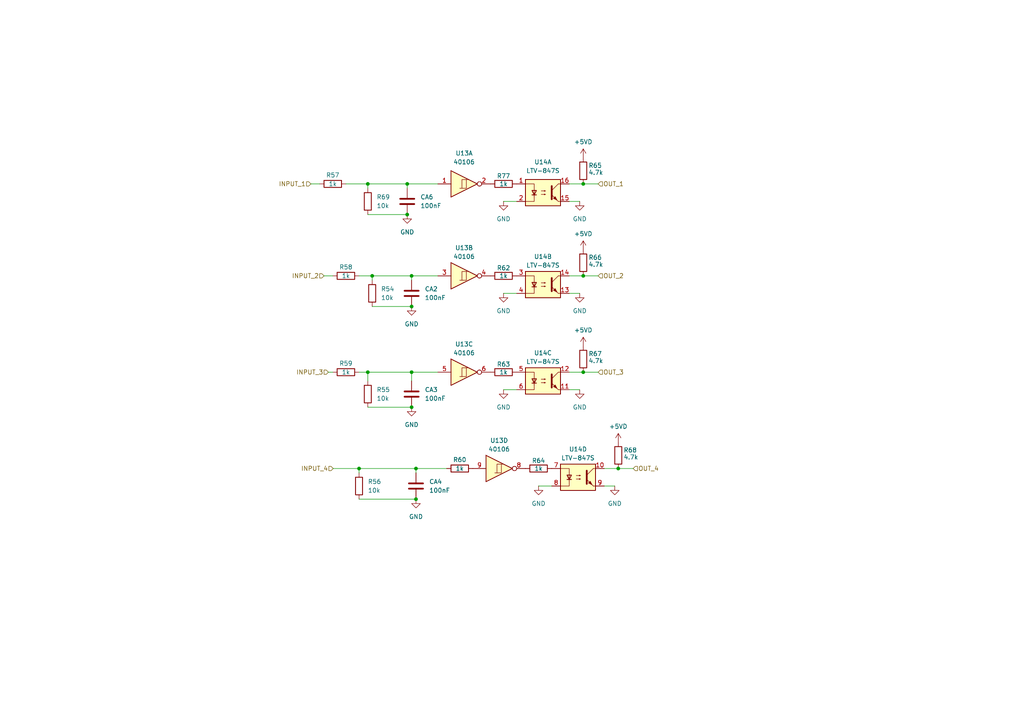
<source format=kicad_sch>
(kicad_sch (version 20250114) (generator "eeschema") (generator_version "9.0")
  (paper "A4")
  (lib_symbols
    (symbol "4xxx:40106" (pin_names (offset 1.016))
      (property "Reference" "U" (at 0 1.27 0))
      (property "Value" "40106" (at 0 -1.27 0))
      (symbol "40106_1_0"
        (polyline (pts (xy -3.81 3.81) (xy -3.81 -3.81) (xy 3.81 0) (xy -3.81 3.81)) (stroke (width 0.254)) (fill (type background)))
        (polyline (pts (xy -1.27 -1.27) (xy 0.635 -1.27) (xy 0.635 1.27) (xy 1.27 1.27)))
        (polyline (pts (xy -0.635 -1.27) (xy -0.635 1.27) (xy 0.635 1.27)))
        (pin input line (at -7.62 0 0) (length 3.81) (name "~") (number "1"))
        (pin output inverted (at 7.62 0 180) (length 3.81) (name "~") (number "2"))
      )
      (symbol "40106_2_0"
        (polyline (pts (xy -3.81 3.81) (xy -3.81 -3.81) (xy 3.81 0) (xy -3.81 3.81)) (stroke (width 0.254)) (fill (type background)))
        (polyline (pts (xy -1.27 -1.27) (xy 0.635 -1.27) (xy 0.635 1.27) (xy 1.27 1.27)))
        (polyline (pts (xy -0.635 -1.27) (xy -0.635 1.27) (xy 0.635 1.27)))
        (pin input line (at -7.62 0 0) (length 3.81) (name "~") (number "3"))
        (pin output inverted (at 7.62 0 180) (length 3.81) (name "~") (number "4"))
      )
      (symbol "40106_3_0"
        (polyline (pts (xy -3.81 3.81) (xy -3.81 -3.81) (xy 3.81 0) (xy -3.81 3.81)) (stroke (width 0.254)) (fill (type background)))
        (polyline (pts (xy -1.27 -1.27) (xy 0.635 -1.27) (xy 0.635 1.27) (xy 1.27 1.27)))
        (polyline (pts (xy -0.635 -1.27) (xy -0.635 1.27) (xy 0.635 1.27)))
        (pin input line (at -7.62 0 0) (length 3.81) (name "~") (number "5"))
        (pin output inverted (at 7.62 0 180) (length 3.81) (name "~") (number "6"))
      )
      (symbol "40106_4_0"
        (polyline (pts (xy -3.81 3.81) (xy -3.81 -3.81) (xy 3.81 0) (xy -3.81 3.81)) (stroke (width 0.254)) (fill (type background)))
        (polyline (pts (xy -1.27 -1.27) (xy 0.635 -1.27) (xy 0.635 1.27) (xy 1.27 1.27)))
        (polyline (pts (xy -0.635 -1.27) (xy -0.635 1.27) (xy 0.635 1.27)))
        (pin input line (at -7.62 0 0) (length 3.81) (name "~") (number "9"))
        (pin output inverted (at 7.62 0 180) (length 3.81) (name "~") (number "8"))
      )
      (symbol "40106_5_0"
        (polyline (pts (xy -3.81 3.81) (xy -3.81 -3.81) (xy 3.81 0) (xy -3.81 3.81)) (stroke (width 0.254)) (fill (type background)))
        (polyline (pts (xy -1.27 -1.27) (xy 0.635 -1.27) (xy 0.635 1.27) (xy 1.27 1.27)))
        (polyline (pts (xy -0.635 -1.27) (xy -0.635 1.27) (xy 0.635 1.27)))
        (pin input line (at -7.62 0 0) (length 3.81) (name "~") (number "11"))
        (pin output inverted (at 7.62 0 180) (length 3.81) (name "~") (number "10"))
      )
      (symbol "40106_6_0"
        (polyline (pts (xy -3.81 3.81) (xy -3.81 -3.81) (xy 3.81 0) (xy -3.81 3.81)) (stroke (width 0.254)) (fill (type background)))
        (polyline (pts (xy -1.27 -1.27) (xy 0.635 -1.27) (xy 0.635 1.27) (xy 1.27 1.27)))
        (polyline (pts (xy -0.635 -1.27) (xy -0.635 1.27) (xy 0.635 1.27)))
        (pin input line (at -7.62 0 0) (length 3.81) (name "~") (number "13"))
        (pin output inverted (at 7.62 0 180) (length 3.81) (name "~") (number "12"))
      )
      (symbol "40106_7_0"
        (pin power_in line (at 0 12.7 270) (length 5.08) (name "VDD") (number "14"))
        (pin power_in line (at 0 -12.7 90) (length 5.08) (name "VSS") (number "7"))
      )
      (symbol "40106_7_1"
        (rectangle (start -5.08 7.62) (end 5.08 -7.62) (stroke (width 0.254)) (fill (type background)))
      )
    )
    (symbol "Device:C" (pin_numbers (hide yes)) (pin_names (offset 0.254))
      (property "Reference" "C" (at 0.635 2.54 0))
      (property "Value" "C" (at 0.635 -2.54 0))
      (symbol "C_0_1"
        (polyline (pts (xy -2.032 0.762) (xy 2.032 0.762)) (stroke (width 0.508)))
        (polyline (pts (xy -2.032 -0.762) (xy 2.032 -0.762)) (stroke (width 0.508)))
      )
      (symbol "C_1_1"
        (pin passive line (at 0 3.81 270) (length 2.794) (name "~") (number "1"))
        (pin passive line (at 0 -3.81 90) (length 2.794) (name "~") (number "2"))
      )
    )
    (symbol "Device:R" (pin_numbers (hide yes)) (pin_names (offset 0))
      (property "Reference" "R" (at 2.032 0 90))
      (property "Value" "R" (at 0 0 90))
      (symbol "R_0_1"
        (rectangle (start -1.016 -2.54) (end 1.016 2.54) (stroke (width 0.254)))
      )
      (symbol "R_1_1"
        (pin passive line (at 0 3.81 270) (length 1.27) (name "~") (number "1"))
        (pin passive line (at 0 -3.81 90) (length 1.27) (name "~") (number "2"))
      )
    )
    (symbol "Isolator:LTV-847S" (pin_names (offset 1.016))
      (property "Reference" "U" (at -3.81 5.08 0))
      (property "Value" "LTV-847S" (at 0 -5.08 0))
      (symbol "LTV-847S_0_1"
        (rectangle (start -5.08 3.81) (end 5.08 -3.81) (stroke (width 0.254)) (fill (type background)))
        (polyline (pts (xy -5.08 2.54) (xy -2.54 2.54) (xy -2.54 -1.27) (xy -2.54 0.635)))
        (polyline (pts (xy -3.175 -0.635) (xy -1.905 -0.635)) (stroke (width 0.254)))
        (polyline (pts (xy -2.54 -0.635) (xy -2.54 -2.54) (xy -5.08 -2.54)))
        (polyline (pts (xy -2.54 -0.635) (xy -3.175 0.635) (xy -1.905 0.635) (xy -2.54 -0.635)) (stroke (width 0.254)))
        (polyline (pts (xy -0.508 0.508) (xy 0.762 0.508) (xy 0.381 0.381) (xy 0.381 0.635) (xy 0.762 0.508)))
        (polyline (pts (xy -0.508 -0.508) (xy 0.762 -0.508) (xy 0.381 -0.635) (xy 0.381 -0.381) (xy 0.762 -0.508)))
        (polyline (pts (xy 2.54 1.905) (xy 2.54 -1.905) (xy 2.54 -1.905)) (stroke (width 0.508)))
        (polyline (pts (xy 2.54 0.635) (xy 4.445 2.54)))
        (polyline (pts (xy 3.048 -1.651) (xy 3.556 -1.143) (xy 4.064 -2.159) (xy 3.048 -1.651) (xy 3.048 -1.651)) (fill (type outline)))
        (polyline (pts (xy 4.445 2.54) (xy 5.08 2.54)))
        (polyline (pts (xy 4.445 -2.54) (xy 2.54 -0.635)) (fill (type outline)))
        (polyline (pts (xy 4.445 -2.54) (xy 5.08 -2.54)))
      )
      (symbol "LTV-847S_1_1"
        (pin passive line (at -7.62 2.54 0) (length 2.54) (name "~") (number "1"))
        (pin passive line (at -7.62 -2.54 0) (length 2.54) (name "~") (number "2"))
        (pin passive line (at 7.62 2.54 180) (length 2.54) (name "~") (number "16"))
        (pin passive line (at 7.62 -2.54 180) (length 2.54) (name "~") (number "15"))
      )
      (symbol "LTV-847S_2_1"
        (pin passive line (at -7.62 2.54 0) (length 2.54) (name "~") (number "3"))
        (pin passive line (at -7.62 -2.54 0) (length 2.54) (name "~") (number "4"))
        (pin passive line (at 7.62 2.54 180) (length 2.54) (name "~") (number "14"))
        (pin passive line (at 7.62 -2.54 180) (length 2.54) (name "~") (number "13"))
      )
      (symbol "LTV-847S_3_1"
        (pin passive line (at -7.62 2.54 0) (length 2.54) (name "~") (number "5"))
        (pin passive line (at -7.62 -2.54 0) (length 2.54) (name "~") (number "6"))
        (pin passive line (at 7.62 2.54 180) (length 2.54) (name "~") (number "12"))
        (pin passive line (at 7.62 -2.54 180) (length 2.54) (name "~") (number "11"))
      )
      (symbol "LTV-847S_4_1"
        (pin passive line (at -7.62 2.54 0) (length 2.54) (name "~") (number "7"))
        (pin passive line (at -7.62 -2.54 0) (length 2.54) (name "~") (number "8"))
        (pin passive line (at 7.62 2.54 180) (length 2.54) (name "~") (number "10"))
        (pin passive line (at 7.62 -2.54 180) (length 2.54) (name "~") (number "9"))
      )
    )
    (symbol "power:+5VD" (power) (pin_names (offset 0))
      (property "Value" "+5VD" (at 0 3.556 0))
      (symbol "+5VD_0_1"
        (polyline (pts (xy -0.762 1.27) (xy 0 2.54)))
        (polyline (pts (xy 0 2.54) (xy 0.762 1.27)))
        (polyline (pts (xy 0 0) (xy 0 2.54)))
      )
      (symbol "+5VD_1_1"
        (pin power_in line (at 0 0 90) (length 0) (hide yes) (name "+5VD") (number "1"))
      )
    )
    (symbol "power:GND" (power) (pin_numbers (hide yes)) (pin_names (offset 0) (hide yes))
      (property "Value" "GND" (at 0 -3.81 0))
      (symbol "GND_0_1"
        (polyline (pts (xy 0 0) (xy 0 -1.27) (xy 1.27 -1.27) (xy 0 -2.54) (xy -1.27 -1.27) (xy 0 -1.27)))
      )
      (symbol "GND_1_1"
        (pin power_in line (at 0 0 270) (length 0) (name "~") (number "1"))
      )
    )
  )
  (junction (at 119.38 118.11))
  (junction (at 169.164 53.34))
  (junction (at 120.65 135.89))
  (junction (at 119.38 88.9))
  (junction (at 104.14 135.89))
  (junction (at 119.38 107.95))
  (junction (at 120.65 144.78))
  (junction (at 169.164 80.01))
  (junction (at 107.95 80.01))
  (junction (at 106.68 107.95))
  (junction (at 179.324 135.89))
  (junction (at 106.68 53.34))
  (junction (at 119.38 80.01))
  (junction (at 118.11 53.34))
  (junction (at 118.11 62.23))
  (junction (at 169.164 107.95))
  (wire (pts (xy 120.65 135.89) (xy 129.54 135.89)))
  (wire (pts (xy 90.17 53.34) (xy 92.71 53.34)))
  (wire (pts (xy 119.38 107.95) (xy 127 107.95)))
  (wire (pts (xy 165.1 113.03) (xy 168.148 113.03)))
  (wire (pts (xy 104.14 135.89) (xy 104.14 137.16)))
  (wire (pts (xy 146.05 113.03) (xy 149.86 113.03)))
  (wire (pts (xy 118.11 62.23) (xy 106.68 62.23)))
  (wire (pts (xy 106.68 107.95) (xy 119.38 107.95)))
  (wire (pts (xy 96.647 135.89) (xy 104.14 135.89)))
  (wire (pts (xy 169.164 53.34) (xy 173.482 53.34)))
  (wire (pts (xy 104.14 135.89) (xy 120.65 135.89)))
  (wire (pts (xy 146.05 85.09) (xy 149.86 85.09)))
  (wire (pts (xy 119.38 88.9) (xy 107.95 88.9)))
  (wire (pts (xy 165.1 58.42) (xy 168.148 58.42)))
  (wire (pts (xy 179.324 135.89) (xy 183.642 135.89)))
  (wire (pts (xy 104.14 144.78) (xy 120.65 144.78)))
  (wire (pts (xy 165.1 53.34) (xy 169.164 53.34)))
  (wire (pts (xy 119.38 80.01) (xy 107.95 80.01)))
  (wire (pts (xy 146.05 58.42) (xy 149.86 58.42)))
  (wire (pts (xy 106.68 110.49) (xy 106.68 107.95)))
  (wire (pts (xy 119.38 118.11) (xy 106.68 118.11)))
  (wire (pts (xy 165.1 85.09) (xy 168.148 85.09)))
  (wire (pts (xy 119.38 80.01) (xy 119.38 81.28)))
  (wire (pts (xy 100.33 53.34) (xy 106.68 53.34)))
  (wire (pts (xy 120.65 137.16) (xy 120.65 135.89)))
  (wire (pts (xy 156.21 140.97) (xy 160.02 140.97)))
  (wire (pts (xy 104.14 107.95) (xy 106.68 107.95)))
  (wire (pts (xy 107.95 80.01) (xy 107.95 81.28)))
  (wire (pts (xy 169.164 107.95) (xy 173.482 107.95)))
  (wire (pts (xy 104.14 80.01) (xy 107.95 80.01)))
  (wire (pts (xy 118.11 53.34) (xy 106.68 53.34)))
  (wire (pts (xy 175.26 135.89) (xy 179.324 135.89)))
  (wire (pts (xy 118.11 53.34) (xy 127 53.34)))
  (wire (pts (xy 119.38 107.95) (xy 119.38 110.49)))
  (wire (pts (xy 118.11 54.61) (xy 118.11 53.34)))
  (wire (pts (xy 106.68 54.61) (xy 106.68 53.34)))
  (wire (pts (xy 169.164 80.01) (xy 173.482 80.01)))
  (wire (pts (xy 165.1 80.01) (xy 169.164 80.01)))
  (wire (pts (xy 165.1 107.95) (xy 169.164 107.95)))
  (wire (pts (xy 95.25 107.95) (xy 96.52 107.95)))
  (wire (pts (xy 127 80.01) (xy 119.38 80.01)))
  (wire (pts (xy 93.98 80.01) (xy 96.52 80.01)))
  (wire (pts (xy 175.26 140.97) (xy 178.308 140.97)))
  (hierarchical_label "INPUT_4" (shape input) (at 96.647 135.89 180))
  (hierarchical_label "OUT_2" (shape input) (at 173.482 80.01 0))
  (hierarchical_label "INPUT_1" (shape input) (at 90.17 53.34 180))
  (hierarchical_label "OUT_4" (shape input) (at 183.642 135.89 0))
  (hierarchical_label "OUT_3" (shape input) (at 173.482 107.95 0))
  (hierarchical_label "INPUT_2" (shape input) (at 93.98 80.01 180))
  (hierarchical_label "OUT_1" (shape input) (at 173.482 53.34 0))
  (hierarchical_label "INPUT_3" (shape input) (at 95.25 107.95 180))
  (symbol (lib_id "Device:R") (at 96.52 53.34 90) (unit 1)
    (property "Reference" "R57" (at 96.52 50.8 90))
    (property "Value" "1k" (at 96.52 53.34 90))
    (property "Footprint" "RMC_Resistor:R_0805_2012Metric_Pad1.20x1.40mm_HandSolder_L" (effects (hide yes)))
  )
  (symbol (lib_id "power:GND") (at 120.65 144.78 0) (unit 1)
    (property "Reference" "#PWR056" (effects (hide yes)))
    (property "Value" "GND" (at 120.65 149.86 0))
  )
  (symbol (lib_id "Device:C") (at 119.38 114.3 0) (unit 1)
    (property "Reference" "CA3" (at 123.19 113.0299 0) (effects (justify left)))
    (property "Value" "100nF" (at 123.19 115.5699 0) (effects (justify left)))
    (property "Footprint" "RMC_Capacitor:C_0805_2012Metric_Pad1.18x1.45mm_HandSolder_L" (effects (hide yes)))
  )
  (symbol (lib_id "Device:R") (at 107.95 85.09 0) (unit 1)
    (property "Reference" "R54" (at 110.49 83.8199 0) (effects (justify left)))
    (property "Value" "10k" (at 110.49 86.3599 0) (effects (justify left)))
    (property "Footprint" "RMC_Resistor:R_0805_2012Metric_Pad1.20x1.40mm_HandSolder_L" (effects (hide yes)))
  )
  (symbol (lib_id "Device:R") (at 169.164 104.14 180) (unit 1)
    (property "Reference" "R67" (at 170.688 102.616 0) (effects (justify right)))
    (property "Value" "4.7k" (at 170.688 104.648 0) (effects (justify right)))
    (property "Footprint" "RMC_Resistor:R_0805_2012Metric_Pad1.20x1.40mm_HandSolder_L" (effects (hide yes)))
  )
  (symbol (lib_id "Device:R") (at 100.33 107.95 90) (unit 1)
    (property "Reference" "R59" (at 100.33 105.41 90))
    (property "Value" "1k" (at 100.33 107.95 90))
    (property "Footprint" "RMC_Resistor:R_0805_2012Metric_Pad1.20x1.40mm_HandSolder_L" (effects (hide yes)))
  )
  (symbol (lib_id "Device:R") (at 146.05 107.95 90) (unit 1)
    (property "Reference" "R63" (at 146.05 105.664 90))
    (property "Value" "1k" (at 146.05 107.95 90))
    (property "Footprint" "RMC_Resistor:R_0805_2012Metric_Pad1.20x1.40mm_HandSolder_L" (effects (hide yes)))
  )
  (symbol (lib_id "Isolator:LTV-847S") (at 157.48 110.49 0) (unit 3)
    (property "Reference" "U14" (at 157.48 102.362 0))
    (property "Value" "LTV-847S" (at 157.48 104.902 0))
    (property "Footprint" "Package_DIP:SMDIP-16_W9.53mm" (effects (hide yes)))
    (property "Datasheet" "http://www.us.liteon.com/downloads/LTV-817-827-847.PDF" (effects (hide yes)))
  )
  (symbol (lib_id "Device:R") (at 156.21 135.89 90) (unit 1)
    (property "Reference" "R64" (at 156.21 133.604 90))
    (property "Value" "1k" (at 156.21 135.89 90))
    (property "Footprint" "RMC_Resistor:R_0805_2012Metric_Pad1.20x1.40mm_HandSolder_L" (effects (hide yes)))
  )
  (symbol (lib_id "power:GND") (at 156.21 140.97 0) (unit 1)
    (property "Reference" "#PWR078" (effects (hide yes)))
    (property "Value" "GND" (at 156.21 146.05 0))
  )
  (symbol (lib_id "Device:C") (at 120.65 140.97 0) (unit 1)
    (property "Reference" "CA4" (at 124.46 139.6999 0) (effects (justify left)))
    (property "Value" "100nF" (at 124.46 142.2399 0) (effects (justify left)))
    (property "Footprint" "RMC_Capacitor:C_0805_2012Metric_Pad1.18x1.45mm_HandSolder_L" (effects (hide yes)))
  )
  (symbol (lib_id "4xxx:40106") (at 134.62 80.01 0) (unit 2)
    (property "Reference" "U13" (at 134.62 71.882 0))
    (property "Value" "40106" (at 134.62 74.422 0))
    (property "Footprint" "CD40106BMT:SOIC127P600X175-14N" (effects (hide yes)))
    (property "Datasheet" "https://assets.nexperia.com/documents/data-sheet/HEF40106B.pdf" (effects (hide yes)))
  )
  (symbol (lib_id "power:+5VD") (at 179.324 128.27 0) (unit 1)
    (property "Reference" "#PWR083" (effects (hide yes)))
    (property "Value" "+5VD" (at 179.324 123.698 0))
  )
  (symbol (lib_id "power:GND") (at 146.05 58.42 0) (unit 1)
    (property "Reference" "#PWR0101" (effects (hide yes)))
    (property "Value" "GND" (at 146.05 63.5 0))
  )
  (symbol (lib_id "power:+5VD") (at 169.164 45.72 0) (unit 1)
    (property "Reference" "#PWR0113" (effects (hide yes)))
    (property "Value" "+5VD" (at 169.164 41.148 0))
  )
  (symbol (lib_id "power:GND") (at 168.148 58.42 0) (unit 1)
    (property "Reference" "#PWR079" (effects (hide yes)))
    (property "Value" "GND" (at 168.148 63.5 0))
  )
  (symbol (lib_id "Device:R") (at 169.164 76.2 180) (unit 1)
    (property "Reference" "R66" (at 170.688 74.676 0) (effects (justify right)))
    (property "Value" "4.7k" (at 170.688 76.708 0) (effects (justify right)))
    (property "Footprint" "RMC_Resistor:R_0805_2012Metric_Pad1.20x1.40mm_HandSolder_L" (effects (hide yes)))
  )
  (symbol (lib_id "Device:R") (at 133.35 135.89 90) (unit 1)
    (property "Reference" "R60" (at 133.35 133.35 90))
    (property "Value" "1k" (at 133.35 135.89 90))
    (property "Footprint" "RMC_Resistor:R_0805_2012Metric_Pad1.20x1.40mm_HandSolder_L" (effects (hide yes)))
  )
  (symbol (lib_id "power:GND") (at 178.308 140.97 0) (unit 1)
    (property "Reference" "#PWR082" (effects (hide yes)))
    (property "Value" "GND" (at 178.308 146.05 0))
  )
  (symbol (lib_id "Device:R") (at 146.05 80.01 90) (unit 1)
    (property "Reference" "R62" (at 146.05 77.724 90))
    (property "Value" "1k" (at 146.05 80.01 90))
    (property "Footprint" "RMC_Resistor:R_0805_2012Metric_Pad1.20x1.40mm_HandSolder_L" (effects (hide yes)))
  )
  (symbol (lib_id "power:GND") (at 146.05 85.09 0) (unit 1)
    (property "Reference" "#PWR076" (effects (hide yes)))
    (property "Value" "GND" (at 146.05 90.17 0))
  )
  (symbol (lib_id "power:GND") (at 168.148 113.03 0) (unit 1)
    (property "Reference" "#PWR081" (effects (hide yes)))
    (property "Value" "GND" (at 168.148 118.11 0))
  )
  (symbol (lib_id "Device:R") (at 106.68 114.3 0) (unit 1)
    (property "Reference" "R55" (at 109.22 113.0299 0) (effects (justify left)))
    (property "Value" "10k" (at 109.22 115.5699 0) (effects (justify left)))
    (property "Footprint" "RMC_Resistor:R_0805_2012Metric_Pad1.20x1.40mm_HandSolder_L" (effects (hide yes)))
  )
  (symbol (lib_id "Isolator:LTV-847S") (at 157.48 55.88 0) (unit 1)
    (property "Reference" "U14" (at 157.48 46.99 0))
    (property "Value" "LTV-847S" (at 157.48 49.53 0))
    (property "Footprint" "Package_DIP:SMDIP-16_W9.53mm" (effects (hide yes)))
    (property "Datasheet" "http://www.us.liteon.com/downloads/LTV-817-827-847.PDF" (effects (hide yes)))
  )
  (symbol (lib_id "Device:R") (at 104.14 140.97 0) (unit 1)
    (property "Reference" "R56" (at 106.68 139.6999 0) (effects (justify left)))
    (property "Value" "10k" (at 106.68 142.2399 0) (effects (justify left)))
    (property "Footprint" "RMC_Resistor:R_0805_2012Metric_Pad1.20x1.40mm_HandSolder_L" (effects (hide yes)))
  )
  (symbol (lib_id "Device:R") (at 146.05 53.34 90) (unit 1)
    (property "Reference" "R77" (at 146.05 51.054 90))
    (property "Value" "1k" (at 146.05 53.34 90))
    (property "Footprint" "RMC_Resistor:R_0805_2012Metric_Pad1.20x1.40mm_HandSolder_L" (effects (hide yes)))
  )
  (symbol (lib_id "Isolator:LTV-847S") (at 167.64 138.43 0) (unit 4)
    (property "Reference" "U14" (at 167.64 130.302 0))
    (property "Value" "LTV-847S" (at 167.64 132.842 0))
    (property "Footprint" "Package_DIP:SMDIP-16_W9.53mm" (effects (hide yes)))
    (property "Datasheet" "http://www.us.liteon.com/downloads/LTV-817-827-847.PDF" (effects (hide yes)))
  )
  (symbol (lib_id "4xxx:40106") (at 144.78 135.89 0) (unit 4)
    (property "Reference" "U13" (at 144.78 127.762 0))
    (property "Value" "40106" (at 144.78 130.302 0))
    (property "Footprint" "CD40106BMT:SOIC127P600X175-14N" (effects (hide yes)))
    (property "Datasheet" "https://assets.nexperia.com/documents/data-sheet/HEF40106B.pdf" (effects (hide yes)))
  )
  (symbol (lib_id "Device:C") (at 119.38 85.09 0) (unit 1)
    (property "Reference" "CA2" (at 123.19 83.8199 0) (effects (justify left)))
    (property "Value" "100nF" (at 123.19 86.3599 0) (effects (justify left)))
    (property "Footprint" "RMC_Capacitor:C_0805_2012Metric_Pad1.18x1.45mm_HandSolder_L" (effects (hide yes)))
  )
  (symbol (lib_id "power:GND") (at 118.11 62.23 0) (unit 1)
    (property "Reference" "#PWR053" (effects (hide yes)))
    (property "Value" "GND" (at 118.11 67.31 0))
  )
  (symbol (lib_id "power:+5VD") (at 169.164 72.39 0) (unit 1)
    (property "Reference" "#PWR0170" (effects (hide yes)))
    (property "Value" "+5VD" (at 169.164 67.818 0))
  )
  (symbol (lib_id "power:+5VD") (at 169.164 100.33 0) (unit 1)
    (property "Reference" "#PWR0168" (effects (hide yes)))
    (property "Value" "+5VD" (at 169.164 95.758 0))
  )
  (symbol (lib_id "Device:R") (at 106.68 58.42 180) (unit 1)
    (property "Reference" "R69" (at 109.22 57.1499 0) (effects (justify right)))
    (property "Value" "10k" (at 109.22 59.6899 0) (effects (justify right)))
    (property "Footprint" "RMC_Resistor:R_0805_2012Metric_Pad1.20x1.40mm_HandSolder_L" (effects (hide yes)))
  )
  (symbol (lib_id "power:GND") (at 119.38 88.9 0) (unit 1)
    (property "Reference" "#PWR054" (effects (hide yes)))
    (property "Value" "GND" (at 119.38 93.98 0))
  )
  (symbol (lib_id "Isolator:LTV-847S") (at 157.48 82.55 0) (unit 2)
    (property "Reference" "U14" (at 157.48 74.422 0))
    (property "Value" "LTV-847S" (at 157.48 76.962 0))
    (property "Footprint" "Package_DIP:SMDIP-16_W9.53mm" (effects (hide yes)))
    (property "Datasheet" "http://www.us.liteon.com/downloads/LTV-817-827-847.PDF" (effects (hide yes)))
  )
  (symbol (lib_id "Device:R") (at 100.33 80.01 90) (unit 1)
    (property "Reference" "R58" (at 100.33 77.47 90))
    (property "Value" "1k" (at 100.33 80.01 90))
    (property "Footprint" "RMC_Resistor:R_0805_2012Metric_Pad1.20x1.40mm_HandSolder_L" (effects (hide yes)))
  )
  (symbol (lib_id "Device:C") (at 118.11 58.42 180) (unit 1)
    (property "Reference" "CA6" (at 121.92 57.1499 0) (effects (justify right)))
    (property "Value" "100nF" (at 121.92 59.6899 0) (effects (justify right)))
    (property "Footprint" "RMC_Capacitor:C_0805_2012Metric_Pad1.18x1.45mm_HandSolder_L" (effects (hide yes)))
  )
  (symbol (lib_id "power:GND") (at 146.05 113.03 0) (unit 1)
    (property "Reference" "#PWR077" (effects (hide yes)))
    (property "Value" "GND" (at 146.05 118.11 0))
  )
  (symbol (lib_id "power:GND") (at 168.148 85.09 0) (unit 1)
    (property "Reference" "#PWR080" (effects (hide yes)))
    (property "Value" "GND" (at 168.148 90.17 0))
  )
  (symbol (lib_id "Device:R") (at 179.324 132.08 180) (unit 1)
    (property "Reference" "R68" (at 180.848 130.556 0) (effects (justify right)))
    (property "Value" "4.7k" (at 180.848 132.588 0) (effects (justify right)))
    (property "Footprint" "RMC_Resistor:R_0805_2012Metric_Pad1.20x1.40mm_HandSolder_L" (effects (hide yes)))
  )
  (symbol (lib_id "Device:R") (at 169.164 49.53 180) (unit 1)
    (property "Reference" "R65" (at 170.688 48.006 0) (effects (justify right)))
    (property "Value" "4.7k" (at 170.688 50.038 0) (effects (justify right)))
    (property "Footprint" "RMC_Resistor:R_0805_2012Metric_Pad1.20x1.40mm_HandSolder_L" (effects (hide yes)))
  )
  (symbol (lib_id "4xxx:40106") (at 134.62 53.34 0) (unit 1)
    (property "Reference" "U13" (at 134.62 44.45 0))
    (property "Value" "40106" (at 134.62 46.99 0))
    (property "Footprint" "CD40106BMT:SOIC127P600X175-14N" (effects (hide yes)))
    (property "Datasheet" "https://assets.nexperia.com/documents/data-sheet/HEF40106B.pdf" (effects (hide yes)))
  )
  (symbol (lib_id "power:GND") (at 119.38 118.11 0) (unit 1)
    (property "Reference" "#PWR055" (effects (hide yes)))
    (property "Value" "GND" (at 119.38 123.19 0))
  )
  (symbol (lib_id "4xxx:40106") (at 134.62 107.95 0) (unit 3)
    (property "Reference" "U13" (at 134.62 99.822 0))
    (property "Value" "40106" (at 134.62 102.362 0))
    (property "Footprint" "CD40106BMT:SOIC127P600X175-14N" (effects (hide yes)))
    (property "Datasheet" "https://assets.nexperia.com/documents/data-sheet/HEF40106B.pdf" (effects (hide yes)))
  )
)
</source>
